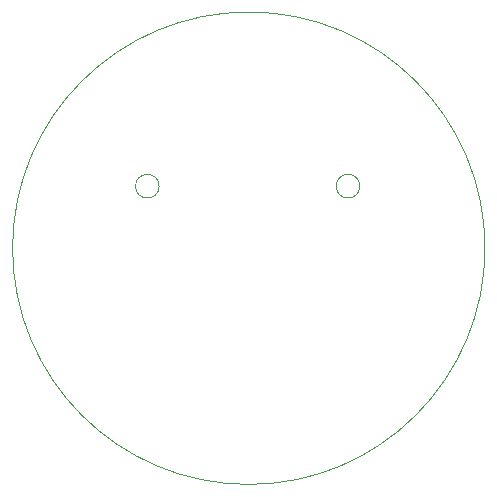
<source format=gbr>
G04 #@! TF.GenerationSoftware,KiCad,Pcbnew,(6.0.9)*
G04 #@! TF.CreationDate,2022-11-29T20:17:37+01:00*
G04 #@! TF.ProjectId,SMD Lauflicht 0805-0603 v1_1,534d4420-4c61-4756-966c-696368742030,rev?*
G04 #@! TF.SameCoordinates,Original*
G04 #@! TF.FileFunction,Profile,NP*
%FSLAX46Y46*%
G04 Gerber Fmt 4.6, Leading zero omitted, Abs format (unit mm)*
G04 Created by KiCad (PCBNEW (6.0.9)) date 2022-11-29 20:17:37*
%MOMM*%
%LPD*%
G01*
G04 APERTURE LIST*
G04 #@! TA.AperFunction,Profile*
%ADD10C,0.120000*%
G04 #@! TD*
G04 APERTURE END LIST*
D10*
X90970020Y-90953120D02*
G75*
G03*
X90970020Y-90953120I-20000000J0D01*
G01*
X80369800Y-85700400D02*
G75*
G03*
X80369800Y-85700400I-1000000J0D01*
G01*
X63377200Y-85700400D02*
G75*
G03*
X63377200Y-85700400I-1000000J0D01*
G01*
M02*

</source>
